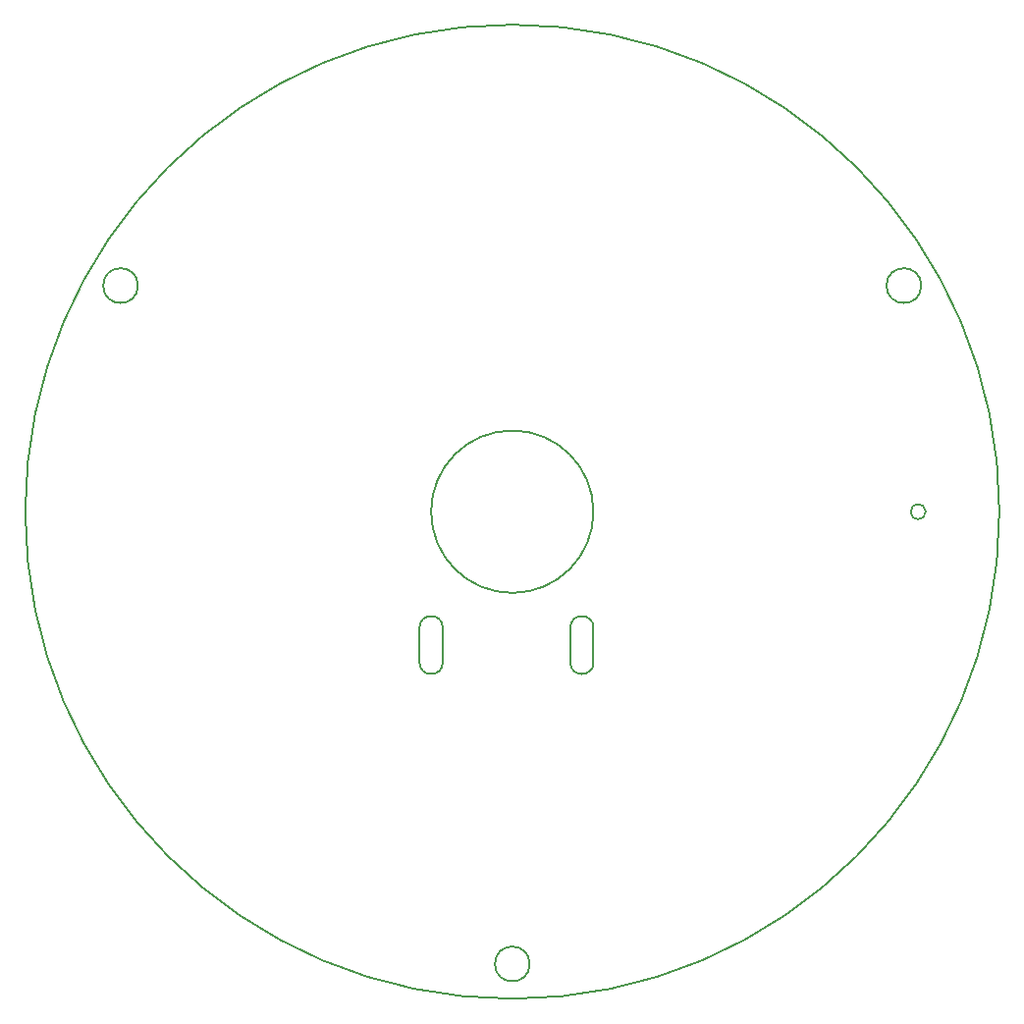
<source format=gbr>
%TF.GenerationSoftware,KiCad,Pcbnew,5.1.10*%
%TF.CreationDate,2021-09-26T09:29:56+10:00*%
%TF.ProjectId,pcb-sensor,7063622d-7365-46e7-936f-722e6b696361,rev?*%
%TF.SameCoordinates,Original*%
%TF.FileFunction,Profile,NP*%
%FSLAX46Y46*%
G04 Gerber Fmt 4.6, Leading zero omitted, Abs format (unit mm)*
G04 Created by KiCad (PCBNEW 5.1.10) date 2021-09-26 09:29:56*
%MOMM*%
%LPD*%
G01*
G04 APERTURE LIST*
%TA.AperFunction,Profile*%
%ADD10C,0.150000*%
%TD*%
G04 APERTURE END LIST*
D10*
X185650000Y-100000000D02*
G75*
G03*
X185650000Y-100000000I-650000J0D01*
G01*
X144000000Y-113000000D02*
G75*
G02*
X142000000Y-113000000I-1000000J0D01*
G01*
X142000000Y-110000000D02*
G75*
G02*
X144000000Y-110000000I1000000J0D01*
G01*
X157000000Y-113000000D02*
G75*
G02*
X155000000Y-113000000I-1000000J0D01*
G01*
X155000000Y-110000000D02*
G75*
G02*
X157000000Y-110000000I1000000J0D01*
G01*
X144000000Y-110000000D02*
X144000000Y-113000000D01*
X142000000Y-113000000D02*
X142000000Y-110000000D01*
X157000000Y-113000000D02*
X157000000Y-110000000D01*
X155000000Y-110000000D02*
X155000000Y-113000000D01*
X157000000Y-100000000D02*
G75*
G03*
X157000000Y-100000000I-7000000J0D01*
G01*
X185270000Y-80500000D02*
G75*
G03*
X185270000Y-80500000I-1500000J0D01*
G01*
X117720000Y-80500000D02*
G75*
G03*
X117720000Y-80500000I-1500000J0D01*
G01*
X151500000Y-139000000D02*
G75*
G03*
X151500000Y-139000000I-1500000J0D01*
G01*
X192000000Y-100000000D02*
G75*
G03*
X192000000Y-100000000I-42000000J0D01*
G01*
M02*

</source>
